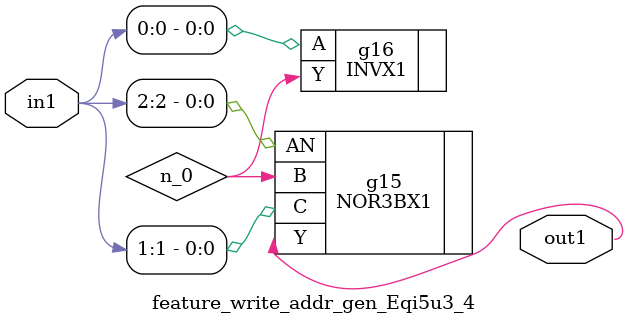
<source format=v>
`timescale 1ps / 1ps


module feature_write_addr_gen_Eqi5u3_4(in1, out1);
  input [2:0] in1;
  output out1;
  wire [2:0] in1;
  wire out1;
  wire n_0;
  NOR3BX1 g15(.AN (in1[2]), .B (n_0), .C (in1[1]), .Y (out1));
  INVX1 g16(.A (in1[0]), .Y (n_0));
endmodule


</source>
